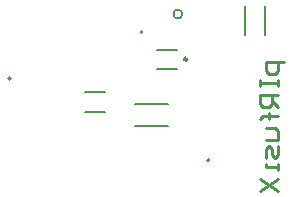
<source format=gbo>
G04*
G04 #@! TF.GenerationSoftware,Altium Limited,Altium Designer,20.2.6 (244)*
G04*
G04 Layer_Color=32896*
%FSLAX25Y25*%
%MOIN*%
G70*
G04*
G04 #@! TF.SameCoordinates,8D702C91-D224-4EEC-953A-651AC819B964*
G04*
G04*
G04 #@! TF.FilePolarity,Positive*
G04*
G01*
G75*
%ADD10C,0.00984*%
%ADD11C,0.00787*%
%ADD12C,0.00500*%
%ADD75C,0.01000*%
%ADD95C,0.00689*%
D10*
X9737Y71650D02*
G03*
X9737Y71650I-492J0D01*
G01*
D11*
X17236Y37950D02*
G03*
X17236Y37950I-394J0D01*
G01*
X-49117Y65250D02*
G03*
X-49117Y65250I-394J0D01*
G01*
X-401Y74800D02*
X6292D01*
X-401Y68501D02*
X6292D01*
X-24246Y60797D02*
X-17553D01*
X-24246Y54104D02*
X-17553D01*
X-7536Y49483D02*
X3536D01*
X-7536Y56617D02*
X3536D01*
X35670Y79902D02*
Y89398D01*
X28930Y79902D02*
Y89398D01*
D12*
X8116Y86721D02*
G03*
X8116Y86721I-1476J0D01*
G01*
D75*
X42200Y70800D02*
X36202D01*
Y67801D01*
X37202Y66801D01*
X39201D01*
X40201Y67801D01*
Y70800D01*
X34203Y64802D02*
Y62803D01*
Y63802D01*
X40201D01*
Y64802D01*
Y62803D01*
Y59804D02*
X34203D01*
Y56805D01*
X35202Y55805D01*
X37202D01*
X38201Y56805D01*
Y59804D01*
Y57804D02*
X40201Y55805D01*
Y52806D02*
X35202D01*
X37202D01*
Y53806D01*
Y51806D01*
Y52806D01*
X35202D01*
X34203Y51806D01*
X36202Y48807D02*
X39201D01*
X40201Y47807D01*
Y44808D01*
X36202D01*
X40201Y42809D02*
Y39810D01*
X39201Y38810D01*
X38201Y39810D01*
Y41809D01*
X37202Y42809D01*
X36202Y41809D01*
Y38810D01*
X40201Y36811D02*
Y34812D01*
Y35811D01*
X36202D01*
Y36811D01*
X34203Y31813D02*
X40201Y27814D01*
X34203D02*
X40201Y31813D01*
D95*
X-5105Y80750D02*
G03*
X-5105Y80750I-295J0D01*
G01*
M02*

</source>
